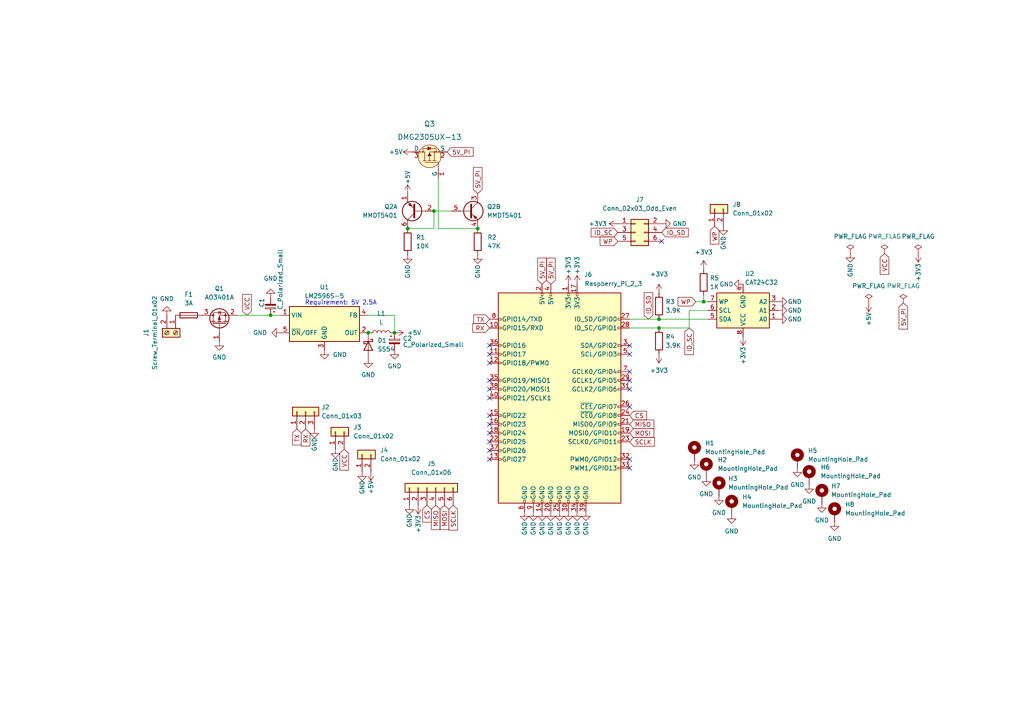
<source format=kicad_sch>
(kicad_sch (version 20211123) (generator eeschema)
  (paper "A4")
  (lib_symbols
    (symbol "Connector:Raspberry_Pi_2_3" (pin_names (offset 1.016))
      (property "Reference" "J" (at -17.78 31.75 0))
      (property "Value" "Raspberry_Pi_2_3" (at 10.16 -31.75 0))
      (symbol "Raspberry_Pi_2_3_0_1"
        (rectangle (start -17.78 30.48) (end 17.78 -30.48) (stroke (width 0.254)) (fill (type background)))
      )
      (symbol "Raspberry_Pi_2_3_1_1"
        (rectangle (start -16.891 -17.526) (end -17.78 -18.034))
        (rectangle (start -16.891 -14.986) (end -17.78 -15.494))
        (rectangle (start -16.891 -12.446) (end -17.78 -12.954))
        (rectangle (start -16.891 -9.906) (end -17.78 -10.414))
        (rectangle (start -16.891 -7.366) (end -17.78 -7.874))
        (rectangle (start -16.891 -4.826) (end -17.78 -5.334))
        (rectangle (start -16.891 0.254) (end -17.78 -0.254))
        (rectangle (start -16.891 2.794) (end -17.78 2.286))
        (rectangle (start -16.891 5.334) (end -17.78 4.826))
        (rectangle (start -16.891 10.414) (end -17.78 9.906))
        (rectangle (start -16.891 12.954) (end -17.78 12.446))
        (rectangle (start -16.891 15.494) (end -17.78 14.986))
        (rectangle (start -16.891 20.574) (end -17.78 20.066))
        (rectangle (start -16.891 23.114) (end -17.78 22.606))
        (rectangle (start -10.414 -29.591) (end -9.906 -30.48))
        (rectangle (start -7.874 -29.591) (end -7.366 -30.48))
        (rectangle (start -5.334 -29.591) (end -4.826 -30.48))
        (rectangle (start -5.334 30.48) (end -4.826 29.591))
        (rectangle (start -2.794 -29.591) (end -2.286 -30.48))
        (rectangle (start -2.794 30.48) (end -2.286 29.591))
        (rectangle (start -0.254 -29.591) (end 0.254 -30.48))
        (rectangle (start 2.286 -29.591) (end 2.794 -30.48))
        (rectangle (start 2.286 30.48) (end 2.794 29.591))
        (rectangle (start 4.826 -29.591) (end 5.334 -30.48))
        (rectangle (start 4.826 30.48) (end 5.334 29.591))
        (rectangle (start 7.366 -29.591) (end 7.874 -30.48))
        (rectangle (start 17.78 -20.066) (end 16.891 -20.574))
        (rectangle (start 17.78 -17.526) (end 16.891 -18.034))
        (rectangle (start 17.78 -12.446) (end 16.891 -12.954))
        (rectangle (start 17.78 -9.906) (end 16.891 -10.414))
        (rectangle (start 17.78 -7.366) (end 16.891 -7.874))
        (rectangle (start 17.78 -4.826) (end 16.891 -5.334))
        (rectangle (start 17.78 -2.286) (end 16.891 -2.794))
        (rectangle (start 17.78 2.794) (end 16.891 2.286))
        (rectangle (start 17.78 5.334) (end 16.891 4.826))
        (rectangle (start 17.78 7.874) (end 16.891 7.366))
        (rectangle (start 17.78 12.954) (end 16.891 12.446))
        (rectangle (start 17.78 15.494) (end 16.891 14.986))
        (rectangle (start 17.78 20.574) (end 16.891 20.066))
        (rectangle (start 17.78 23.114) (end 16.891 22.606))
        (pin power_in line (at 2.54 33.02 270) (length 2.54) (name "3V3") (number "1"))
        (pin bidirectional line (at -20.32 20.32 0) (length 2.54) (name "GPIO15/RXD") (number "10"))
        (pin bidirectional line (at -20.32 12.7 0) (length 2.54) (name "GPIO17") (number "11"))
        (pin bidirectional line (at -20.32 10.16 0) (length 2.54) (name "GPIO18/PWM0") (number "12"))
        (pin bidirectional line (at -20.32 -17.78 0) (length 2.54) (name "GPIO27") (number "13"))
        (pin power_in line (at -5.08 -33.02 90) (length 2.54) (name "GND") (number "14"))
        (pin bidirectional line (at -20.32 -5.08 0) (length 2.54) (name "GPIO22") (number "15"))
        (pin bidirectional line (at -20.32 -7.62 0) (length 2.54) (name "GPIO23") (number "16"))
        (pin power_in line (at 5.08 33.02 270) (length 2.54) (name "3V3") (number "17"))
        (pin bidirectional line (at -20.32 -10.16 0) (length 2.54) (name "GPIO24") (number "18"))
        (pin bidirectional line (at 20.32 -10.16 180) (length 2.54) (name "MOSI0/GPIO10") (number "19"))
        (pin power_in line (at -5.08 33.02 270) (length 2.54) (name "5V") (number "2"))
        (pin power_in line (at -2.54 -33.02 90) (length 2.54) (name "GND") (number "20"))
        (pin bidirectional line (at 20.32 -7.62 180) (length 2.54) (name "MISO0/GPIO9") (number "21"))
        (pin bidirectional line (at -20.32 -12.7 0) (length 2.54) (name "GPIO25") (number "22"))
        (pin bidirectional line (at 20.32 -12.7 180) (length 2.54) (name "SCLK0/GPIO11") (number "23"))
        (pin bidirectional line (at 20.32 -5.08 180) (length 2.54) (name "~{CE0}/GPIO8") (number "24"))
        (pin power_in line (at 0 -33.02 90) (length 2.54) (name "GND") (number "25"))
        (pin bidirectional line (at 20.32 -2.54 180) (length 2.54) (name "~{CE1}/GPIO7") (number "26"))
        (pin bidirectional line (at 20.32 22.86 180) (length 2.54) (name "ID_SD/GPIO0") (number "27"))
        (pin bidirectional line (at 20.32 20.32 180) (length 2.54) (name "ID_SC/GPIO1") (number "28"))
        (pin bidirectional line (at 20.32 5.08 180) (length 2.54) (name "GCLK1/GPIO5") (number "29"))
        (pin bidirectional line (at 20.32 15.24 180) (length 2.54) (name "SDA/GPIO2") (number "3"))
        (pin power_in line (at 2.54 -33.02 90) (length 2.54) (name "GND") (number "30"))
        (pin bidirectional line (at 20.32 2.54 180) (length 2.54) (name "GCLK2/GPIO6") (number "31"))
        (pin bidirectional line (at 20.32 -17.78 180) (length 2.54) (name "PWM0/GPIO12") (number "32"))
        (pin bidirectional line (at 20.32 -20.32 180) (length 2.54) (name "PWM1/GPIO13") (number "33"))
        (pin power_in line (at 5.08 -33.02 90) (length 2.54) (name "GND") (number "34"))
        (pin bidirectional line (at -20.32 5.08 0) (length 2.54) (name "GPIO19/MISO1") (number "35"))
        (pin bidirectional line (at -20.32 15.24 0) (length 2.54) (name "GPIO16") (number "36"))
        (pin bidirectional line (at -20.32 -15.24 0) (length 2.54) (name "GPIO26") (number "37"))
        (pin bidirectional line (at -20.32 2.54 0) (length 2.54) (name "GPIO20/MOSI1") (number "38"))
        (pin power_in line (at 7.62 -33.02 90) (length 2.54) (name "GND") (number "39"))
        (pin power_in line (at -2.54 33.02 270) (length 2.54) (name "5V") (number "4"))
        (pin bidirectional line (at -20.32 0 0) (length 2.54) (name "GPIO21/SCLK1") (number "40"))
        (pin bidirectional line (at 20.32 12.7 180) (length 2.54) (name "SCL/GPIO3") (number "5"))
        (pin power_in line (at -10.16 -33.02 90) (length 2.54) (name "GND") (number "6"))
        (pin bidirectional line (at 20.32 7.62 180) (length 2.54) (name "GCLK0/GPIO4") (number "7"))
        (pin bidirectional line (at -20.32 22.86 0) (length 2.54) (name "GPIO14/TXD") (number "8"))
        (pin power_in line (at -7.62 -33.02 90) (length 2.54) (name "GND") (number "9"))
      )
    )
    (symbol "Connector:Screw_Terminal_01x02" (pin_names (offset 1.016) hide)
      (property "Reference" "J" (at 0 2.54 0))
      (property "Value" "Screw_Terminal_01x02" (at 0 -5.08 0))
      (symbol "Screw_Terminal_01x02_1_1"
        (rectangle (start -1.27 1.27) (end 1.27 -3.81) (stroke (width 0.254)) (fill (type background)))
        (circle (center 0 -2.54) (radius 0.635) (stroke (width 0.1524)))
        (polyline (pts (xy -0.5334 -2.2098) (xy 0.3302 -3.048)) (stroke (width 0.1524)))
        (polyline (pts (xy -0.5334 0.3302) (xy 0.3302 -0.508)) (stroke (width 0.1524)))
        (polyline (pts (xy -0.3556 -2.032) (xy 0.508 -2.8702)) (stroke (width 0.1524)))
        (polyline (pts (xy -0.3556 0.508) (xy 0.508 -0.3302)) (stroke (width 0.1524)))
        (circle (center 0 0) (radius 0.635) (stroke (width 0.1524)))
        (pin passive line (at -5.08 0 0) (length 3.81) (name "Pin_1") (number "1"))
        (pin passive line (at -5.08 -2.54 0) (length 3.81) (name "Pin_2") (number "2"))
      )
    )
    (symbol "Connector_Generic:Conn_01x02" (pin_names (offset 1.016) hide)
      (property "Reference" "J" (at 0 2.54 0))
      (property "Value" "Conn_01x02" (at 0 -5.08 0))
      (symbol "Conn_01x02_1_1"
        (rectangle (start -1.27 -2.413) (end 0 -2.667) (stroke (width 0.1524)))
        (rectangle (start -1.27 0.127) (end 0 -0.127) (stroke (width 0.1524)))
        (rectangle (start -1.27 1.27) (end 1.27 -3.81) (stroke (width 0.254)) (fill (type background)))
        (pin passive line (at -5.08 0 0) (length 3.81) (name "Pin_1") (number "1"))
        (pin passive line (at -5.08 -2.54 0) (length 3.81) (name "Pin_2") (number "2"))
      )
    )
    (symbol "Connector_Generic:Conn_01x03" (pin_names (offset 1.016) hide)
      (property "Reference" "J" (at 0 5.08 0))
      (property "Value" "Conn_01x03" (at 0 -5.08 0))
      (symbol "Conn_01x03_1_1"
        (rectangle (start -1.27 -2.413) (end 0 -2.667) (stroke (width 0.1524)))
        (rectangle (start -1.27 0.127) (end 0 -0.127) (stroke (width 0.1524)))
        (rectangle (start -1.27 2.667) (end 0 2.413) (stroke (width 0.1524)))
        (rectangle (start -1.27 3.81) (end 1.27 -3.81) (stroke (width 0.254)) (fill (type background)))
        (pin passive line (at -5.08 2.54 0) (length 3.81) (name "Pin_1") (number "1"))
        (pin passive line (at -5.08 0 0) (length 3.81) (name "Pin_2") (number "2"))
        (pin passive line (at -5.08 -2.54 0) (length 3.81) (name "Pin_3") (number "3"))
      )
    )
    (symbol "Connector_Generic:Conn_01x06" (pin_names (offset 1.016) hide)
      (property "Reference" "J" (at 0 7.62 0))
      (property "Value" "Conn_01x06" (at 0 -10.16 0))
      (symbol "Conn_01x06_1_1"
        (rectangle (start -1.27 -7.493) (end 0 -7.747) (stroke (width 0.1524)))
        (rectangle (start -1.27 -4.953) (end 0 -5.207) (stroke (width 0.1524)))
        (rectangle (start -1.27 -2.413) (end 0 -2.667) (stroke (width 0.1524)))
        (rectangle (start -1.27 0.127) (end 0 -0.127) (stroke (width 0.1524)))
        (rectangle (start -1.27 2.667) (end 0 2.413) (stroke (width 0.1524)))
        (rectangle (start -1.27 5.207) (end 0 4.953) (stroke (width 0.1524)))
        (rectangle (start -1.27 6.35) (end 1.27 -8.89) (stroke (width 0.254)) (fill (type background)))
        (pin passive line (at -5.08 5.08 0) (length 3.81) (name "Pin_1") (number "1"))
        (pin passive line (at -5.08 2.54 0) (length 3.81) (name "Pin_2") (number "2"))
        (pin passive line (at -5.08 0 0) (length 3.81) (name "Pin_3") (number "3"))
        (pin passive line (at -5.08 -2.54 0) (length 3.81) (name "Pin_4") (number "4"))
        (pin passive line (at -5.08 -5.08 0) (length 3.81) (name "Pin_5") (number "5"))
        (pin passive line (at -5.08 -7.62 0) (length 3.81) (name "Pin_6") (number "6"))
      )
    )
    (symbol "Connector_Generic:Conn_02x03_Odd_Even" (pin_names (offset 1.016) hide)
      (property "Reference" "J" (at 1.27 5.08 0))
      (property "Value" "Conn_02x03_Odd_Even" (at 1.27 -5.08 0))
      (symbol "Conn_02x03_Odd_Even_1_1"
        (rectangle (start -1.27 -2.413) (end 0 -2.667) (stroke (width 0.1524)))
        (rectangle (start -1.27 0.127) (end 0 -0.127) (stroke (width 0.1524)))
        (rectangle (start -1.27 2.667) (end 0 2.413) (stroke (width 0.1524)))
        (rectangle (start -1.27 3.81) (end 3.81 -3.81) (stroke (width 0.254)) (fill (type background)))
        (rectangle (start 3.81 -2.413) (end 2.54 -2.667) (stroke (width 0.1524)))
        (rectangle (start 3.81 0.127) (end 2.54 -0.127) (stroke (width 0.1524)))
        (rectangle (start 3.81 2.667) (end 2.54 2.413) (stroke (width 0.1524)))
        (pin passive line (at -5.08 2.54 0) (length 3.81) (name "Pin_1") (number "1"))
        (pin passive line (at 7.62 2.54 180) (length 3.81) (name "Pin_2") (number "2"))
        (pin passive line (at -5.08 0 0) (length 3.81) (name "Pin_3") (number "3"))
        (pin passive line (at 7.62 0 180) (length 3.81) (name "Pin_4") (number "4"))
        (pin passive line (at -5.08 -2.54 0) (length 3.81) (name "Pin_5") (number "5"))
        (pin passive line (at 7.62 -2.54 180) (length 3.81) (name "Pin_6") (number "6"))
      )
    )
    (symbol "Device:C_Polarized_Small" (pin_numbers hide) (pin_names (offset 0.254) hide)
      (property "Reference" "C" (at 0.254 1.778 0))
      (property "Value" "C_Polarized_Small" (at 0.254 -2.032 0))
      (symbol "C_Polarized_Small_0_1"
        (rectangle (start -1.524 -0.3048) (end 1.524 -0.6858) (fill (type outline)))
        (rectangle (start -1.524 0.6858) (end 1.524 0.3048))
        (polyline (pts (xy -1.27 1.524) (xy -0.762 1.524)))
        (polyline (pts (xy -1.016 1.27) (xy -1.016 1.778)))
      )
      (symbol "C_Polarized_Small_1_1"
        (pin passive line (at 0 2.54 270) (length 1.8542) (name "~") (number "1"))
        (pin passive line (at 0 -2.54 90) (length 1.8542) (name "~") (number "2"))
      )
    )
    (symbol "Device:D_Schottky" (pin_numbers hide) (pin_names (offset 1.016) hide)
      (property "Reference" "D" (at 0 2.54 0))
      (property "Value" "D_Schottky" (at 0 -2.54 0))
      (symbol "D_Schottky_0_1"
        (polyline (pts (xy 1.27 0) (xy -1.27 0)))
        (polyline (pts (xy 1.27 1.27) (xy 1.27 -1.27) (xy -1.27 0) (xy 1.27 1.27)) (stroke (width 0.254)))
        (polyline (pts (xy -1.905 0.635) (xy -1.905 1.27) (xy -1.27 1.27) (xy -1.27 -1.27) (xy -0.635 -1.27) (xy -0.635 -0.635)) (stroke (width 0.254)))
      )
      (symbol "D_Schottky_1_1"
        (pin passive line (at -3.81 0 0) (length 2.54) (name "K") (number "1"))
        (pin passive line (at 3.81 0 180) (length 2.54) (name "A") (number "2"))
      )
    )
    (symbol "Device:Fuse" (pin_numbers hide) (pin_names (offset 0))
      (property "Reference" "F" (at 2.032 0 90))
      (property "Value" "Fuse" (at -1.905 0 90))
      (symbol "Fuse_0_1"
        (rectangle (start -0.762 -2.54) (end 0.762 2.54) (stroke (width 0.254)))
        (polyline (pts (xy 0 2.54) (xy 0 -2.54)))
      )
      (symbol "Fuse_1_1"
        (pin passive line (at 0 3.81 270) (length 1.27) (name "~") (number "1"))
        (pin passive line (at 0 -3.81 90) (length 1.27) (name "~") (number "2"))
      )
    )
    (symbol "Device:L" (pin_numbers hide) (pin_names (offset 1.016) hide)
      (property "Reference" "L" (at -1.27 0 90))
      (property "Value" "L" (at 1.905 0 90))
      (symbol "L_0_1"
        (arc (start 0 -2.54) (mid 0.635 -1.905) (end 0 -1.27))
        (arc (start 0 -1.27) (mid 0.635 -0.635) (end 0 0))
        (arc (start 0 0) (mid 0.635 0.635) (end 0 1.27))
        (arc (start 0 1.27) (mid 0.635 1.905) (end 0 2.54))
      )
      (symbol "L_1_1"
        (pin passive line (at 0 3.81 270) (length 1.27) (name "1") (number "1"))
        (pin passive line (at 0 -3.81 90) (length 1.27) (name "2") (number "2"))
      )
    )
    (symbol "Device:R" (pin_numbers hide) (pin_names (offset 0))
      (property "Reference" "R" (at 2.032 0 90))
      (property "Value" "R" (at 0 0 90))
      (symbol "R_0_1"
        (rectangle (start -1.016 -2.54) (end 1.016 2.54) (stroke (width 0.254)))
      )
      (symbol "R_1_1"
        (pin passive line (at 0 3.81 270) (length 1.27) (name "~") (number "1"))
        (pin passive line (at 0 -3.81 90) (length 1.27) (name "~") (number "2"))
      )
    )
    (symbol "Mechanical:MountingHole_Pad" (pin_numbers hide) (pin_names (offset 1.016) hide)
      (property "Reference" "H" (at 0 6.35 0))
      (property "Value" "MountingHole_Pad" (at 0 4.445 0))
      (symbol "MountingHole_Pad_0_1"
        (circle (center 0 1.27) (radius 1.27) (stroke (width 1.27)))
      )
      (symbol "MountingHole_Pad_1_1"
        (pin input line (at 0 -2.54 90) (length 2.54) (name "1") (number "1"))
      )
    )
    (symbol "Memory_EEPROM:CAT24C128"
      (property "Reference" "U" (at -6.35 6.35 0))
      (property "Value" "CAT24C128" (at 1.27 6.35 0))
      (symbol "CAT24C128_1_1"
        (rectangle (start -7.62 5.08) (end 7.62 -5.08) (stroke (width 0.254)) (fill (type background)))
        (pin input line (at -10.16 2.54 0) (length 2.54) (name "A0") (number "1"))
        (pin input line (at -10.16 0 0) (length 2.54) (name "A1") (number "2"))
        (pin input line (at -10.16 -2.54 0) (length 2.54) (name "A2") (number "3"))
        (pin power_in line (at 0 -7.62 90) (length 2.54) (name "GND") (number "4"))
        (pin bidirectional line (at 10.16 2.54 180) (length 2.54) (name "SDA") (number "5"))
        (pin input line (at 10.16 0 180) (length 2.54) (name "SCL") (number "6"))
        (pin input line (at 10.16 -2.54 180) (length 2.54) (name "WP") (number "7"))
        (pin power_in line (at 0 7.62 270) (length 2.54) (name "VCC") (number "8"))
      )
    )
    (symbol "Regulator_Switching:LM2596S-5"
      (property "Reference" "U" (at -10.16 6.35 0))
      (property "Value" "LM2596S-5" (at 0 6.35 0))
      (symbol "LM2596S-5_0_1"
        (rectangle (start -10.16 5.08) (end 10.16 -5.08) (stroke (width 0.254)) (fill (type background)))
      )
      (symbol "LM2596S-5_1_1"
        (pin power_in line (at -12.7 2.54 0) (length 2.54) (name "VIN") (number "1"))
        (pin output line (at 12.7 -2.54 180) (length 2.54) (name "OUT") (number "2"))
        (pin power_in line (at 0 -7.62 90) (length 2.54) (name "GND") (number "3"))
        (pin input line (at 12.7 2.54 180) (length 2.54) (name "FB") (number "4"))
        (pin input line (at -12.7 -2.54 0) (length 2.54) (name "~{ON}/OFF") (number "5"))
      )
    )
    (symbol "Transistor_BJT:MMDT5401" (pin_names (offset 0) hide)
      (property "Reference" "Q" (at 5.08 1.27 0))
      (property "Value" "MMDT5401" (at 5.08 -1.27 0))
      (symbol "MMDT5401_0_1"
        (polyline (pts (xy 0.635 0) (xy -2.54 0)))
        (polyline (pts (xy 0.635 0.635) (xy 2.54 2.54)))
        (polyline (pts (xy 0.635 -0.635) (xy 2.54 -2.54) (xy 2.54 -2.54)))
        (polyline (pts (xy 0.635 1.905) (xy 0.635 -1.905) (xy 0.635 -1.905)) (stroke (width 0.508)))
        (polyline (pts (xy 2.286 -1.778) (xy 1.778 -2.286) (xy 1.27 -1.27) (xy 2.286 -1.778) (xy 2.286 -1.778)) (fill (type outline)))
        (circle (center 1.27 0) (radius 2.8194) (stroke (width 0.254)))
      )
      (symbol "MMDT5401_1_1"
        (pin passive line (at 2.54 -5.08 90) (length 2.54) (name "E1") (number "1"))
        (pin input line (at -5.08 0 0) (length 2.54) (name "B1") (number "2"))
        (pin passive line (at 2.54 5.08 270) (length 2.54) (name "C1") (number "6"))
      )
      (symbol "MMDT5401_2_1"
        (pin passive line (at 2.54 5.08 270) (length 2.54) (name "C2") (number "3"))
        (pin passive line (at 2.54 -5.08 90) (length 2.54) (name "E2") (number "4"))
        (pin input line (at -5.08 0 0) (length 2.54) (name "B2") (number "5"))
      )
    )
    (symbol "Transistor_FET:AO3401A" (pin_names hide)
      (property "Reference" "Q" (at 5.08 1.905 0))
      (property "Value" "AO3401A" (at 5.08 0 0))
      (symbol "AO3401A_0_1"
        (polyline (pts (xy 0.254 0) (xy -2.54 0)))
        (polyline (pts (xy 0.254 1.905) (xy 0.254 -1.905)) (stroke (width 0.254)))
        (polyline (pts (xy 0.762 -1.27) (xy 0.762 -2.286)) (stroke (width 0.254)))
        (polyline (pts (xy 0.762 0.508) (xy 0.762 -0.508)) (stroke (width 0.254)))
        (polyline (pts (xy 0.762 2.286) (xy 0.762 1.27)) (stroke (width 0.254)))
        (polyline (pts (xy 2.54 2.54) (xy 2.54 1.778)))
        (polyline (pts (xy 2.54 -2.54) (xy 2.54 0) (xy 0.762 0)))
        (polyline (pts (xy 0.762 1.778) (xy 3.302 1.778) (xy 3.302 -1.778) (xy 0.762 -1.778)))
        (polyline (pts (xy 2.286 0) (xy 1.27 0.381) (xy 1.27 -0.381) (xy 2.286 0)) (fill (type outline)))
        (polyline (pts (xy 2.794 -0.508) (xy 2.921 -0.381) (xy 3.683 -0.381) (xy 3.81 -0.254)))
        (polyline (pts (xy 3.302 -0.381) (xy 2.921 0.254) (xy 3.683 0.254) (xy 3.302 -0.381)))
        (circle (center 1.651 0) (radius 2.794) (stroke (width 0.254)))
        (circle (center 2.54 -1.778) (radius 0.254) (fill (type outline)))
        (circle (center 2.54 1.778) (radius 0.254) (fill (type outline)))
      )
      (symbol "AO3401A_1_1"
        (pin input line (at -5.08 0 0) (length 2.54) (name "G") (number "1"))
        (pin passive line (at 2.54 -5.08 90) (length 2.54) (name "S") (number "2"))
        (pin passive line (at 2.54 5.08 270) (length 2.54) (name "D") (number "3"))
      )
    )
    (symbol "dk_Transistors-FETs-MOSFETs-Single:DMG2305UX-13" (pin_names (offset 0))
      (property "Reference" "Q" (at -2.6924 3.6322 0))
      (property "Value" "DMG2305UX-13" (at 3.4544 0 90))
      (symbol "DMG2305UX-13_0_1"
        (circle (center -1.27 0) (radius 3.302) (fill (type background)))
        (circle (center 0 -1.905) (radius 0.127))
        (circle (center 0 -1.397) (radius 0.127))
        (polyline (pts (xy 0 -1.397) (xy -2.54 -1.397)))
        (polyline (pts (xy -5.08 -2.54) (xy -3.048 -2.54) (xy -3.048 1.397)))
        (polyline (pts (xy 0 -2.54) (xy 0 0) (xy -2.54 0)))
        (polyline (pts (xy 0 2.54) (xy 0 1.397) (xy -2.54 1.397)))
        (polyline (pts (xy -0.127 -1.905) (xy 1.016 -1.905) (xy 1.016 1.397) (xy 1.016 1.905) (xy -0.127 1.905)))
        (circle (center 0 1.905) (radius 0.127))
      )
      (symbol "DMG2305UX-13_1_1"
        (polyline (pts (xy -2.54 -1.397) (xy -2.54 -1.905)))
        (polyline (pts (xy -2.54 -1.397) (xy -2.54 -0.889)))
        (polyline (pts (xy -2.54 0) (xy -2.54 -0.508)))
        (polyline (pts (xy -2.54 0) (xy -2.54 0.508)))
        (polyline (pts (xy -2.54 1.905) (xy -2.54 0.889)))
        (polyline (pts (xy 1.524 -0.254) (xy 0.508 -0.254)))
        (polyline (pts (xy -0.381 0) (xy -1.143 0.508) (xy -1.143 -0.508) (xy -0.381 0)) (fill (type outline)))
        (polyline (pts (xy 1.016 -0.254) (xy 1.524 0.508) (xy 0.508 0.508) (xy 1.016 -0.254)) (fill (type outline)))
        (pin bidirectional line (at -7.62 -2.54 0) (length 2.54) (name "G") (number "1"))
        (pin bidirectional line (at 0 -5.08 90) (length 2.54) (name "S") (number "2"))
        (pin bidirectional line (at 0 5.08 270) (length 2.54) (name "D") (number "3"))
      )
    )
    (symbol "power:+3V3" (power) (pin_names (offset 0))
      (property "Value" "+3V3" (at 0 3.556 0))
      (symbol "+3V3_0_1"
        (polyline (pts (xy -0.762 1.27) (xy 0 2.54)))
        (polyline (pts (xy 0 0) (xy 0 2.54)))
        (polyline (pts (xy 0 2.54) (xy 0.762 1.27)))
      )
      (symbol "+3V3_1_1"
        (pin power_in line (at 0 0 90) (length 0) hide (name "+3V3") (number "1"))
      )
    )
    (symbol "power:+5V" (power) (pin_names (offset 0))
      (property "Value" "+5V" (at 0 3.556 0))
      (symbol "+5V_0_1"
        (polyline (pts (xy -0.762 1.27) (xy 0 2.54)))
        (polyline (pts (xy 0 0) (xy 0 2.54)))
        (polyline (pts (xy 0 2.54) (xy 0.762 1.27)))
      )
      (symbol "+5V_1_1"
        (pin power_in line (at 0 0 90) (length 0) hide (name "+5V") (number "1"))
      )
    )
    (symbol "power:GND" (power) (pin_names (offset 0))
      (property "Value" "GND" (at 0 -3.81 0))
      (symbol "GND_0_1"
        (polyline (pts (xy 0 0) (xy 0 -1.27) (xy 1.27 -1.27) (xy 0 -2.54) (xy -1.27 -1.27) (xy 0 -1.27)))
      )
      (symbol "GND_1_1"
        (pin power_in line (at 0 0 270) (length 0) hide (name "GND") (number "1"))
      )
    )
    (symbol "power:PWR_FLAG" (power) (pin_numbers hide) (pin_names (offset 0) hide)
      (property "Value" "PWR_FLAG" (at 0 3.81 0))
      (symbol "PWR_FLAG_0_0"
        (pin power_out line (at 0 0 90) (length 0) (name "pwr") (number "1"))
      )
      (symbol "PWR_FLAG_0_1"
        (polyline (pts (xy 0 0) (xy 0 1.27) (xy -1.016 1.905) (xy 0 2.54) (xy 1.016 1.905) (xy 0 1.27)))
      )
    )
  )
  (junction (at 191.135 95.123))
  (junction (at 114.427 96.52))
  (junction (at 138.557 66.294))
  (junction (at 106.807 96.52))
  (junction (at 118.237 66.294))
  (junction (at 191.135 92.583))
  (junction (at 125.857 61.214))
  (junction (at 78.486 91.44))
  (junction (at 204.089 87.503))
  (no_connect (at 141.986 133.223))
  (no_connect (at 141.986 125.603))
  (no_connect (at 141.986 123.063))
  (no_connect (at 141.986 128.143))
  (no_connect (at 141.986 130.683))
  (no_connect (at 141.986 115.443))
  (no_connect (at 141.986 110.363))
  (no_connect (at 141.986 120.523))
  (no_connect (at 141.986 112.903))
  (no_connect (at 141.986 105.283))
  (no_connect (at 182.626 135.763))
  (no_connect (at 182.626 110.363))
  (no_connect (at 182.626 112.903))
  (no_connect (at 182.626 102.743))
  (no_connect (at 182.626 107.823))
  (no_connect (at 182.626 100.203))
  (no_connect (at 182.626 133.223))
  (no_connect (at 182.626 117.983))
  (no_connect (at 141.986 100.203))
  (no_connect (at 141.986 102.743))
  (no_connect (at 191.897 69.977))
  (wire (pts (xy 127.127 66.294) (xy 138.557 66.294)))
  (wire (pts (xy 78.486 91.44) (xy 81.407 91.44)))
  (wire (pts (xy 204.089 87.503) (xy 204.089 85.725)))
  (wire (pts (xy 125.857 61.214) (xy 130.937 61.214)))
  (wire (pts (xy 182.626 95.123) (xy 191.135 95.123)))
  (wire (pts (xy 199.898 90.043) (xy 205.359 90.043)))
  (wire (pts (xy 182.626 92.583) (xy 191.135 92.583)))
  (wire (pts (xy 125.857 61.214) (xy 125.857 66.294)))
  (wire (pts (xy 125.857 66.294) (xy 118.237 66.294)))
  (wire (pts (xy 199.898 95.123) (xy 199.898 90.043)))
  (wire (pts (xy 114.427 91.44) (xy 114.427 96.52)))
  (wire (pts (xy 191.135 95.123) (xy 199.898 95.123)))
  (wire (pts (xy 201.803 87.503) (xy 204.089 87.503)))
  (wire (pts (xy 205.359 87.503) (xy 204.089 87.503)))
  (wire (pts (xy 191.135 92.583) (xy 205.359 92.583)))
  (wire (pts (xy 106.807 91.44) (xy 114.427 91.44)))
  (wire (pts (xy 127.127 66.294) (xy 127.127 51.689)))
  (wire (pts (xy 68.707 91.44) (xy 78.486 91.44)))
  (text "Requirement: 5V 2.5A" (at 88.392 88.646 0) (effects (font (size 1.27 1.27)) (justify left bottom)))
  (global_label "WP" (shape input) (at 201.803 87.503 180) (property "Intersheet References" "${INTERSHEET_REFS}" (effects hide)))
  (global_label "TX" (shape input) (at 141.986 92.583 180) (property "Intersheet References" "${INTERSHEET_REFS}" (effects hide)))
  (global_label "TX" (shape input) (at 86.106 124.46 270) (property "Intersheet References" "${INTERSHEET_REFS}" (effects hide)))
  (global_label "5V_PI" (shape input) (at 262.001 87.884 270) (property "Intersheet References" "${INTERSHEET_REFS}" (effects hide)))
  (global_label "ID_SC" (shape input) (at 199.898 95.123 270) (property "Intersheet References" "${INTERSHEET_REFS}" (effects hide)))
  (global_label "MOSI" (shape input) (at 182.626 125.603 0) (property "Intersheet References" "${INTERSHEET_REFS}" (effects hide)))
  (global_label "SCLK" (shape input) (at 182.626 128.143 0) (property "Intersheet References" "${INTERSHEET_REFS}" (effects hide)))
  (global_label "WP" (shape input) (at 179.197 69.977 180) (property "Intersheet References" "${INTERSHEET_REFS}" (effects hide)))
  (global_label "SCLK" (shape input) (at 131.445 146.558 270) (property "Intersheet References" "${INTERSHEET_REFS}" (effects hide)))
  (global_label "5V_PI" (shape input) (at 157.226 82.423 90) (property "Intersheet References" "${INTERSHEET_REFS}" (effects hide)))
  (global_label "5V_PI" (shape input) (at 129.667 44.069 0) (property "Intersheet References" "${INTERSHEET_REFS}" (effects hide)))
  (global_label "VCC" (shape input) (at 256.54 73.533 270) (property "Intersheet References" "${INTERSHEET_REFS}" (effects hide)))
  (global_label "MISO" (shape input) (at 182.626 123.063 0) (property "Intersheet References" "${INTERSHEET_REFS}" (effects hide)))
  (global_label "5V_PI" (shape input) (at 159.766 82.423 90) (property "Intersheet References" "${INTERSHEET_REFS}" (effects hide)))
  (global_label "CS" (shape input) (at 123.825 146.558 270) (property "Intersheet References" "${INTERSHEET_REFS}" (effects hide)))
  (global_label "RX" (shape input) (at 141.986 95.123 180) (property "Intersheet References" "${INTERSHEET_REFS}" (effects hide)))
  (global_label "CS" (shape input) (at 182.626 120.523 0) (property "Intersheet References" "${INTERSHEET_REFS}" (effects hide)))
  (global_label "VCC" (shape input) (at 99.822 130.302 270) (property "Intersheet References" "${INTERSHEET_REFS}" (effects hide)))
  (global_label "ID_SD" (shape input) (at 188.087 92.583 90) (property "Intersheet References" "${INTERSHEET_REFS}" (effects hide)))
  (global_label "5V_PI" (shape input) (at 138.557 56.134 90) (property "Intersheet References" "${INTERSHEET_REFS}" (effects hide)))
  (global_label "MISO" (shape input) (at 126.365 146.558 270) (property "Intersheet References" "${INTERSHEET_REFS}" (effects hide)))
  (global_label "WP" (shape input) (at 207.264 65.659 270) (property "Intersheet References" "${INTERSHEET_REFS}" (effects hide)))
  (global_label "VCC" (shape input) (at 71.628 91.44 90) (property "Intersheet References" "${INTERSHEET_REFS}" (effects hide)))
  (global_label "ID_SD" (shape input) (at 191.897 67.437 0) (property "Intersheet References" "${INTERSHEET_REFS}" (effects hide)))
  (global_label "RX" (shape input) (at 88.646 124.46 270) (property "Intersheet References" "${INTERSHEET_REFS}" (effects hide)))
  (global_label "MOSI" (shape input) (at 128.905 146.558 270) (property "Intersheet References" "${INTERSHEET_REFS}" (effects hide)))
  (global_label "ID_SC" (shape input) (at 179.197 67.437 180) (property "Intersheet References" "${INTERSHEET_REFS}" (effects hide)))
  (symbol (lib_id "power:+3V3") (at 266.319 73.533 180) (unit 1)
    (property "Reference" "#PWR050" (effects hide))
    (property "Value" "+3V3" (at 266.319 78.994 90))
  )
  (symbol (lib_id "power:GND") (at 48.387 91.44 180) (unit 1)
    (property "Reference" "#PWR01" (effects hide))
    (property "Value" "GND" (at 48.387 86.6648 0))
  )
  (symbol (lib_id "power:GND") (at 114.427 101.6 0) (unit 1)
    (property "Reference" "#PWR012" (effects hide))
    (property "Value" "GND" (at 114.427 106.172 0))
  )
  (symbol (lib_id "power:GND") (at 159.766 148.463 0) (unit 1)
    (property "Reference" "#PWR022" (effects hide))
    (property "Value" "GND" (at 159.766 153.289 90))
  )
  (symbol (lib_id "power:GND") (at 238.379 146.05 0) (unit 1)
    (property "Reference" "#PWR046" (effects hide))
    (property "Value" "GND" (at 238.379 150.876 0))
  )
  (symbol (lib_id "power:GND") (at 231.267 135.763 0) (unit 1)
    (property "Reference" "#PWR044" (effects hide))
    (property "Value" "GND" (at 231.267 140.589 0))
  )
  (symbol (lib_id "power:GND") (at 105.029 136.906 0) (unit 1)
    (property "Reference" "#PWR08" (effects hide))
    (property "Value" "GND" (at 105.029 141.351 90))
  )
  (symbol (lib_id "power:GND") (at 106.807 104.14 0) (unit 1)
    (property "Reference" "#PWR09" (effects hide))
    (property "Value" "GND" (at 106.807 108.712 0))
  )
  (symbol (lib_id "power:PWR_FLAG") (at 262.001 87.884 0) (unit 1)
    (property "Reference" "#FLG04" (effects hide))
    (property "Value" "PWR_FLAG" (at 262.001 82.931 0))
  )
  (symbol (lib_id "Connector_Generic:Conn_01x02") (at 97.282 125.222 90) (unit 1)
    (property "Reference" "J3" (at 102.489 123.9519 90) (effects (justify right)))
    (property "Value" "Conn_01x02" (at 102.489 126.4919 90) (effects (justify right)))
  )
  (symbol (lib_id "power:GND") (at 152.146 148.463 0) (unit 1)
    (property "Reference" "#PWR019" (effects hide))
    (property "Value" "GND" (at 152.146 153.289 90))
  )
  (symbol (lib_id "power:PWR_FLAG") (at 251.968 87.884 0) (unit 1)
    (property "Reference" "#FLG03" (effects hide))
    (property "Value" "PWR_FLAG" (at 251.968 82.931 0))
  )
  (symbol (lib_id "power:GND") (at 91.186 124.46 0) (unit 1)
    (property "Reference" "#PWR05" (effects hide))
    (property "Value" "GND" (at 91.186 128.905 90))
  )
  (symbol (lib_id "power:GND") (at 209.804 65.659 0) (unit 1)
    (property "Reference" "#PWR037" (effects hide))
    (property "Value" "GND" (at 209.804 70.485 90))
  )
  (symbol (lib_id "Mechanical:MountingHole_Pad") (at 212.217 146.685 0) (unit 1)
    (property "Reference" "H4" (at 215.265 144.1449 0) (effects (justify left)))
    (property "Value" "MountingHole_Pad" (at 215.265 146.6849 0) (effects (justify left)))
  )
  (symbol (lib_id "power:+3V3") (at 121.285 146.558 180) (unit 1)
    (property "Reference" "#PWR017" (effects hide))
    (property "Value" "+3V3" (at 121.285 152.019 90))
  )
  (symbol (lib_id "power:GND") (at 225.679 90.043 90) (unit 1)
    (property "Reference" "#PWR042" (effects hide))
    (property "Value" "GND" (at 230.505 90.043 90))
  )
  (symbol (lib_id "Device:R") (at 191.135 98.933 0) (unit 1)
    (property "Reference" "R4" (at 193.04 97.6629 0) (effects (justify left)))
    (property "Value" "3.9K" (at 193.04 100.2029 0) (effects (justify left)))
  )
  (symbol (lib_id "Device:R") (at 204.089 81.915 0) (unit 1)
    (property "Reference" "R5" (at 205.867 80.6449 0) (effects (justify left)))
    (property "Value" "1K" (at 205.867 83.1849 0) (effects (justify left)))
  )
  (symbol (lib_id "power:+5V") (at 118.237 56.134 0) (unit 1)
    (property "Reference" "#PWR013" (effects hide))
    (property "Value" "+5V" (at 118.237 49.403 90) (effects (justify right)))
  )
  (symbol (lib_id "power:GND") (at 225.679 87.503 90) (unit 1)
    (property "Reference" "#PWR041" (effects hide))
    (property "Value" "GND" (at 230.505 87.503 90))
  )
  (symbol (lib_id "power:+5V") (at 107.569 136.906 180) (unit 1)
    (property "Reference" "#PWR010" (effects hide))
    (property "Value" "+5V" (at 107.569 141.351 90))
  )
  (symbol (lib_id "Connector:Screw_Terminal_01x02") (at 50.927 96.52 270) (unit 1)
    (property "Reference" "J1" (at 42.3418 96.52 0))
    (property "Value" "Screw_Terminal_01x02" (at 44.8818 96.52 0))
  )
  (symbol (lib_id "power:+5V") (at 114.427 96.52 270) (unit 1)
    (property "Reference" "#PWR011" (effects hide))
    (property "Value" "+5V" (at 118.11 96.5199 90) (effects (justify left)))
  )
  (symbol (lib_id "Connector_Generic:Conn_01x02") (at 207.264 60.579 90) (unit 1)
    (property "Reference" "J8" (at 212.471 59.3089 90) (effects (justify right)))
    (property "Value" "Conn_01x02" (at 212.471 61.8489 90) (effects (justify right)))
  )
  (symbol (lib_id "power:GND") (at 162.306 148.463 0) (unit 1)
    (property "Reference" "#PWR023" (effects hide))
    (property "Value" "GND" (at 162.306 153.289 90))
  )
  (symbol (lib_id "power:GND") (at 78.486 86.36 180) (unit 1)
    (property "Reference" "#PWR03" (effects hide))
    (property "Value" "GND" (at 78.486 80.772 0))
  )
  (symbol (lib_id "power:PWR_FLAG") (at 266.319 73.533 0) (unit 1)
    (property "Reference" "#FLG05" (effects hide))
    (property "Value" "PWR_FLAG" (at 266.319 68.58 0))
  )
  (symbol (lib_id "power:GND") (at 118.745 146.558 0) (unit 1)
    (property "Reference" "#PWR015" (effects hide))
    (property "Value" "GND" (at 118.745 151.003 90))
  )
  (symbol (lib_id "power:+3V3") (at 204.089 78.105 0) (unit 1)
    (property "Reference" "#PWR034" (effects hide))
    (property "Value" "+3V3" (at 204.089 73.152 0))
  )
  (symbol (lib_id "Device:D_Schottky") (at 106.807 100.33 270) (unit 1)
    (property "Reference" "D1" (at 109.474 98.7424 90) (effects (justify left)))
    (property "Value" "SS54" (at 109.474 101.2824 90) (effects (justify left)))
  )
  (symbol (lib_id "Mechanical:MountingHole_Pad") (at 204.851 135.89 0) (unit 1)
    (property "Reference" "H2" (at 208.153 133.3499 0) (effects (justify left)))
    (property "Value" "MountingHole_Pad" (at 208.153 135.8899 0) (effects (justify left)))
  )
  (symbol (lib_id "power:GND") (at 164.846 148.463 0) (unit 1)
    (property "Reference" "#PWR025" (effects hide))
    (property "Value" "GND" (at 164.846 153.289 90))
  )
  (symbol (lib_id "power:+3V3") (at 164.846 82.423 0) (unit 1)
    (property "Reference" "#PWR024" (effects hide))
    (property "Value" "+3V3" (at 164.846 76.962 90))
  )
  (symbol (lib_id "power:GND") (at 246.634 73.533 0) (unit 1)
    (property "Reference" "#PWR048" (effects hide))
    (property "Value" "GND" (at 246.634 78.359 90))
  )
  (symbol (lib_id "power:GND") (at 234.696 140.589 0) (unit 1)
    (property "Reference" "#PWR045" (effects hide))
    (property "Value" "GND" (at 234.696 145.415 0))
  )
  (symbol (lib_id "power:+3V3") (at 179.197 64.897 90) (unit 1)
    (property "Reference" "#PWR029" (effects hide))
    (property "Value" "+3V3" (at 176.022 64.8969 90) (effects (justify left)))
  )
  (symbol (lib_id "power:GND") (at 63.627 99.06 0) (unit 1)
    (property "Reference" "#PWR02" (effects hide))
    (property "Value" "GND" (at 63.627 103.632 0))
  )
  (symbol (lib_id "power:PWR_FLAG") (at 246.634 73.533 0) (unit 1)
    (property "Reference" "#FLG01" (effects hide))
    (property "Value" "PWR_FLAG" (at 246.634 68.58 0))
  )
  (symbol (lib_id "Connector_Generic:Conn_01x02") (at 105.029 131.826 90) (unit 1)
    (property "Reference" "J4" (at 110.236 130.5559 90) (effects (justify right)))
    (property "Value" "Conn_01x02" (at 110.236 133.0959 90) (effects (justify right)))
  )
  (symbol (lib_id "power:+3V3") (at 215.519 97.663 180) (unit 1)
    (property "Reference" "#PWR040" (effects hide))
    (property "Value" "+3V3" (at 215.519 103.124 90))
  )
  (symbol (lib_id "power:PWR_FLAG") (at 256.54 73.533 0) (unit 1)
    (property "Reference" "#FLG02" (effects hide))
    (property "Value" "PWR_FLAG" (at 256.54 68.58 0))
  )
  (symbol (lib_id "Connector_Generic:Conn_02x03_Odd_Even") (at 184.277 67.437 0) (unit 1)
    (property "Reference" "J7" (at 185.547 57.912 0))
    (property "Value" "Conn_02x03_Odd_Even" (at 185.547 60.452 0))
  )
  (symbol (lib_id "Device:R") (at 191.135 88.773 0) (unit 1)
    (property "Reference" "R3" (at 193.04 87.5029 0) (effects (justify left)))
    (property "Value" "3.9K" (at 193.04 90.0429 0) (effects (justify left)))
  )
  (symbol (lib_id "Device:R") (at 138.557 70.104 0) (unit 1)
    (property "Reference" "R2" (at 141.351 68.8339 0) (effects (justify left)))
    (property "Value" "47K" (at 141.351 71.3739 0) (effects (justify left)))
  )
  (symbol (lib_id "power:GND") (at 212.217 149.225 0) (unit 1)
    (property "Reference" "#PWR038" (effects hide))
    (property "Value" "GND" (at 212.217 154.051 0))
  )
  (symbol (lib_id "power:+3V3") (at 191.135 102.743 180) (unit 1)
    (property "Reference" "#PWR031" (effects hide))
    (property "Value" "+3V3" (at 191.135 107.442 0))
  )
  (symbol (lib_id "Device:C_Polarized_Small") (at 114.427 99.06 0) (unit 1)
    (property "Reference" "C2" (at 116.84 98.171 0) (effects (justify left)))
    (property "Value" "C_Polarized_Small" (at 116.84 99.949 0) (effects (justify left)))
  )
  (symbol (lib_id "Transistor_BJT:MMDT5401") (at 136.017 61.214 0) (unit 2)
    (property "Reference" "Q2" (at 141.224 59.9439 0) (effects (justify left)))
    (property "Value" "MMDT5401" (at 141.224 62.4839 0) (effects (justify left)))
    (property "Footprint" "Package_TO_SOT_SMD:SOT-363_SC-70-6" (effects hide))
    (property "Datasheet" "http://www.diodes.com/_files/datasheets/ds30169.pdf" (effects hide))
  )
  (symbol (lib_id "Mechanical:MountingHole_Pad") (at 238.379 143.51 0) (unit 1)
    (property "Reference" "H7" (at 241.046 140.9699 0) (effects (justify left)))
    (property "Value" "MountingHole_Pad" (at 241.046 143.5099 0) (effects (justify left)))
  )
  (symbol (lib_id "Device:Fuse") (at 54.737 91.44 90) (unit 1)
    (property "Reference" "F1" (at 54.737 85.3948 90))
    (property "Value" "3A" (at 54.737 87.9348 90))
  )
  (symbol (lib_id "power:GND") (at 242.062 151.384 0) (unit 1)
    (property "Reference" "#PWR047" (effects hide))
    (property "Value" "GND" (at 242.062 156.21 0))
  )
  (symbol (lib_id "power:GND") (at 154.686 148.463 0) (unit 1)
    (property "Reference" "#PWR020" (effects hide))
    (property "Value" "GND" (at 154.686 153.289 90))
  )
  (symbol (lib_id "power:GND") (at 204.851 138.43 0) (unit 1)
    (property "Reference" "#PWR035" (effects hide))
    (property "Value" "GND" (at 204.851 143.256 0))
  )
  (symbol (lib_id "Device:C_Polarized_Small") (at 78.486 88.9 180) (unit 1)
    (property "Reference" "C1" (at 75.946 89.154 90) (effects (justify right)))
    (property "Value" "C_Polarized_Small" (at 81.28 89.916 90) (effects (justify right)))
  )
  (symbol (lib_id "power:GND") (at 97.282 130.302 0) (unit 1)
    (property "Reference" "#PWR07" (effects hide))
    (property "Value" "GND" (at 97.282 134.747 90))
  )
  (symbol (lib_id "power:+5V") (at 119.507 44.069 90) (unit 1)
    (property "Reference" "#PWR016" (effects hide))
    (property "Value" "+5V" (at 112.776 44.069 90) (effects (justify right)))
  )
  (symbol (lib_id "Connector_Generic:Conn_01x06") (at 123.825 141.478 90) (unit 1)
    (property "Reference" "J5" (at 125.095 134.493 90))
    (property "Value" "Conn_01x06" (at 125.095 137.033 90))
  )
  (symbol (lib_id "Mechanical:MountingHole_Pad") (at 231.267 133.223 0) (unit 1)
    (property "Reference" "H5" (at 234.315 130.6829 0) (effects (justify left)))
    (property "Value" "MountingHole_Pad" (at 234.315 133.2229 0) (effects (justify left)))
  )
  (symbol (lib_id "power:GND") (at 169.926 148.463 0) (unit 1)
    (property "Reference" "#PWR028" (effects hide))
    (property "Value" "GND" (at 169.926 153.289 90))
  )
  (symbol (lib_id "power:GND") (at 81.407 96.52 270) (unit 1)
    (property "Reference" "#PWR04" (effects hide))
    (property "Value" "GND" (at 77.47 96.5199 90) (effects (justify right)))
  )
  (symbol (lib_id "power:GND") (at 208.534 143.891 0) (unit 1)
    (property "Reference" "#PWR036" (effects hide))
    (property "Value" "GND" (at 208.534 148.717 0))
  )
  (symbol (lib_id "Mechanical:MountingHole_Pad") (at 201.422 131.064 0) (unit 1)
    (property "Reference" "H1" (at 204.47 128.5239 0) (effects (justify left)))
    (property "Value" "MountingHole_Pad" (at 204.47 131.0639 0) (effects (justify left)))
  )
  (symbol (lib_id "power:GND") (at 167.386 148.463 0) (unit 1)
    (property "Reference" "#PWR027" (effects hide))
    (property "Value" "GND" (at 167.386 153.289 90))
  )
  (symbol (lib_id "power:GND") (at 157.226 148.463 0) (unit 1)
    (property "Reference" "#PWR021" (effects hide))
    (property "Value" "GND" (at 157.226 153.289 90))
  )
  (symbol (lib_id "power:GND") (at 118.237 73.914 0) (unit 1)
    (property "Reference" "#PWR014" (effects hide))
    (property "Value" "GND" (at 118.237 78.74 90))
  )
  (symbol (lib_id "power:GND") (at 138.557 73.914 0) (unit 1)
    (property "Reference" "#PWR018" (effects hide))
    (property "Value" "GND" (at 138.557 78.74 90))
  )
  (symbol (lib_id "Transistor_BJT:MMDT5401") (at 120.777 61.214 180) (unit 1)
    (property "Reference" "Q2" (at 115.316 59.9439 0) (effects (justify left)))
    (property "Value" "MMDT5401" (at 115.316 62.4839 0) (effects (justify left)))
    (property "Footprint" "Package_TO_SOT_SMD:SOT-363_SC-70-6" (effects hide))
    (property "Datasheet" "http://www.diodes.com/_files/datasheets/ds30169.pdf" (effects hide))
  )
  (symbol (lib_id "Device:L") (at 110.617 96.52 90) (unit 1)
    (property "Reference" "L1" (at 110.617 90.932 90))
    (property "Value" "L" (at 110.617 93.472 90))
  )
  (symbol (lib_id "power:GND") (at 225.679 92.583 90) (unit 1)
    (property "Reference" "#PWR043" (effects hide))
    (property "Value" "GND" (at 230.505 92.583 90))
  )
  (symbol (lib_id "power:GND") (at 94.107 101.6 0) (unit 1)
    (property "Reference" "#PWR06" (effects hide))
    (property "Value" "GND" (at 96.52 102.8699 0) (effects (justify left)))
  )
  (symbol (lib_id "Mechanical:MountingHole_Pad") (at 242.062 148.844 0) (unit 1)
    (property "Reference" "H8" (at 245.11 146.3039 0) (effects (justify left)))
    (property "Value" "MountingHole_Pad" (at 245.11 148.8439 0) (effects (justify left)))
  )
  (symbol (lib_id "Transistor_FET:AO3401A") (at 63.627 93.98 90) (unit 1)
    (property "Reference" "Q1" (at 63.627 83.693 90))
    (property "Value" "AO3401A" (at 63.627 86.233 90))
    (property "Footprint" "Package_TO_SOT_SMD:SOT-23" (effects hide))
    (property "Datasheet" "http://www.aosmd.com/pdfs/datasheet/AO3401A.pdf" (effects hide))
  )
  (symbol (lib_id "Connector_Generic:Conn_01x03") (at 88.646 119.38 90) (unit 1)
    (property "Reference" "J2" (at 93.218 118.1099 90) (effects (justify right)))
    (property "Value" "Conn_01x03" (at 93.218 120.6499 90) (effects (justify right)))
  )
  (symbol (lib_id "Mechanical:MountingHole_Pad") (at 234.696 138.049 0) (unit 1)
    (property "Reference" "H6" (at 237.998 135.5089 0) (effects (justify left)))
    (property "Value" "MountingHole_Pad" (at 237.998 138.0489 0) (effects (justify left)))
  )
  (symbol (lib_id "power:GND") (at 215.519 82.423 270) (unit 1)
    (property "Reference" "#PWR039" (effects hide))
    (property "Value" "GND" (at 210.693 82.423 90))
  )
  (symbol (lib_id "Connector:Raspberry_Pi_2_3") (at 162.306 115.443 0) (unit 1)
    (property "Reference" "J6" (at 169.4054 79.629 0) (effects (justify left)))
    (property "Value" "Raspberry_Pi_2_3" (at 169.5324 82.296 0) (effects (justify left)))
    (property "Datasheet" "https://www.raspberrypi.org/documentation/hardware/raspberrypi/schematics/rpi_SCH_3bplus_1p0_reduced.pdf" (effects hide))
  )
  (symbol (lib_id "power:GND") (at 191.897 64.897 90) (unit 1)
    (property "Reference" "#PWR032" (effects hide))
    (property "Value" "GND" (at 195.072 64.8969 90) (effects (justify right)))
  )
  (symbol (lib_id "Memory_EEPROM:CAT24C128") (at 215.519 90.043 180) (unit 1)
    (property "Reference" "U2" (at 216.0396 79.375 0) (effects (justify right)))
    (property "Value" "CAT24C32" (at 216.0396 81.915 0) (effects (justify right)))
    (property "Datasheet" "https://www.onsemi.com/pdf/datasheet/cat24c32-d.pdf" (effects hide))
  )
  (symbol (lib_id "power:+3V3") (at 167.386 82.423 0) (unit 1)
    (property "Reference" "#PWR026" (effects hide))
    (property "Value" "+3V3" (at 167.386 76.962 90))
  )
  (symbol (lib_id "Device:R") (at 118.237 70.104 0) (unit 1)
    (property "Reference" "R1" (at 120.65 68.8339 0) (effects (justify left)))
    (property "Value" "10K" (at 120.65 71.3739 0) (effects (justify left)))
  )
  (symbol (lib_id "power:GND") (at 201.422 133.604 0) (unit 1)
    (property "Reference" "#PWR033" (effects hide))
    (property "Value" "GND" (at 201.422 138.43 0))
  )
  (symbol (lib_id "dk_Transistors-FETs-MOSFETs-Single:DMG2305UX-13") (at 124.587 44.069 90) (unit 1)
    (property "Reference" "Q3" (at 124.587 35.941 90) (effects (font (size 1.524 1.524))))
    (property "Value" "DMG2305UX-13" (at 124.587 39.751 90) (effects (font (size 1.524 1.524))))
    (property "Footprint" "digikey-footprints:SOT-23-3" (effects hide))
    (property "Datasheet" "https://www.diodes.com/assets/Datasheets/DMG2305UX.pdf" (effects hide))
    (property "Digi-Key_PN" "DMG2305UX-13DICT-ND" (effects hide))
    (property "MPN" "DMG2305UX-13" (effects hide))
    (property "Category" "Discrete Semiconductor Products" (effects hide))
    (property "Family" "Transistors - FETs, MOSFETs - Single" (effects hide))
    (property "DK_Datasheet_Link" "https://www.diodes.com/assets/Datasheets/DMG2305UX.pdf" (effects hide))
    (property "DK_Detail_Page" "/product-detail/en/diodes-incorporated/DMG2305UX-13/DMG2305UX-13DICT-ND/4251589" (effects hide))
    (property "Description" "MOSFET P-CH 20V 4.2A SOT23" (effects hide))
    (property "Manufacturer" "Diodes Incorporated" (effects hide))
    (property "Status" "Active" (effects hide))
  )
  (symbol (lib_id "Regulator_Switching:LM2596S-5") (at 94.107 93.98 0) (unit 1)
    (property "Reference" "U1" (at 94.107 83.2866 0))
    (property "Value" "LM2596S-5" (at 94.107 85.8266 0))
    (property "Footprint" "Package_TO_SOT_SMD:TO-263-5_TabPin3" (effects hide))
    (property "Datasheet" "http://www.ti.com/lit/ds/symlink/lm2596.pdf" (effects hide))
  )
  (symbol (lib_id "power:+3V3") (at 191.135 84.963 0) (unit 1)
    (property "Reference" "#PWR030" (effects hide))
    (property "Value" "+3V3" (at 191.135 79.502 0))
  )
  (symbol (lib_id "power:+5V") (at 251.968 87.884 180) (unit 1)
    (property "Reference" "#PWR049" (effects hide))
    (property "Value" "+5V" (at 251.968 94.615 90) (effects (justify right)))
  )
  (symbol (lib_id "Mechanical:MountingHole_Pad") (at 208.534 141.351 0) (unit 1)
    (property "Reference" "H3" (at 211.201 138.8109 0) (effects (justify left)))
    (property "Value" "MountingHole_Pad" (at 211.201 141.3509 0) (effects (justify left)))
  )
)
</source>
